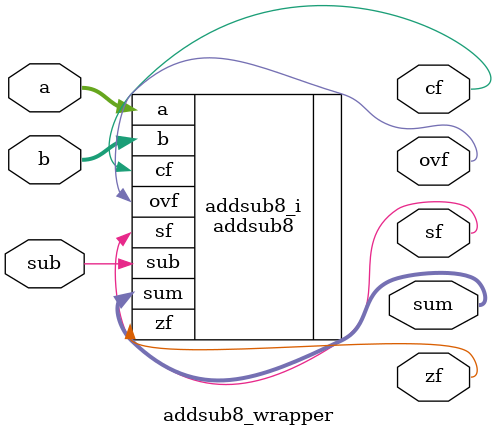
<source format=v>
`timescale 1 ps / 1 ps

module addsub8_wrapper
   (a,
    b,
    cf,
    ovf,
    sf,
    sub,
    sum,
    zf);
  input [7:0]a;
  input [7:0]b;
  output cf;
  output ovf;
  output sf;
  input sub;
  output [7:0]sum;
  output zf;

  wire [7:0]a;
  wire [7:0]b;
  wire cf;
  wire ovf;
  wire sf;
  wire sub;
  wire [7:0]sum;
  wire zf;

  addsub8 addsub8_i
       (.a(a),
        .b(b),
        .cf(cf),
        .ovf(ovf),
        .sf(sf),
        .sub(sub),
        .sum(sum),
        .zf(zf));
endmodule

</source>
